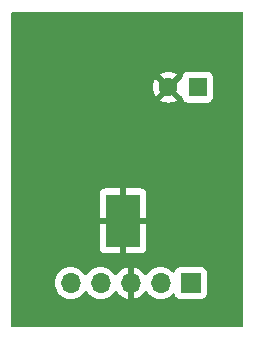
<source format=gbr>
%TF.GenerationSoftware,KiCad,Pcbnew,7.0.9*%
%TF.CreationDate,2024-06-21T09:26:43+09:00*%
%TF.ProjectId,08-REG_mod,30382d52-4547-45f6-9d6f-642e6b696361,rev?*%
%TF.SameCoordinates,Original*%
%TF.FileFunction,Copper,L2,Bot*%
%TF.FilePolarity,Positive*%
%FSLAX46Y46*%
G04 Gerber Fmt 4.6, Leading zero omitted, Abs format (unit mm)*
G04 Created by KiCad (PCBNEW 7.0.9) date 2024-06-21 09:26:43*
%MOMM*%
%LPD*%
G01*
G04 APERTURE LIST*
%TA.AperFunction,ComponentPad*%
%ADD10C,0.600000*%
%TD*%
%TA.AperFunction,SMDPad,CuDef*%
%ADD11R,2.950000X4.500000*%
%TD*%
%TA.AperFunction,ComponentPad*%
%ADD12R,1.700000X1.700000*%
%TD*%
%TA.AperFunction,ComponentPad*%
%ADD13O,1.700000X1.700000*%
%TD*%
%TA.AperFunction,ComponentPad*%
%ADD14R,1.600000X1.600000*%
%TD*%
%TA.AperFunction,ComponentPad*%
%ADD15C,1.600000*%
%TD*%
%TA.AperFunction,ViaPad*%
%ADD16C,0.800000*%
%TD*%
G04 APERTURE END LIST*
D10*
%TO.P,U1,9,GNDPAD*%
%TO.N,GND*%
X111760000Y-71120000D03*
X111760000Y-72320000D03*
X111760000Y-73620000D03*
X111760000Y-74720000D03*
D11*
X112360000Y-72920000D03*
D10*
X112960000Y-71120000D03*
X112960000Y-72320000D03*
X112960000Y-73620000D03*
X112960000Y-74720000D03*
%TD*%
D12*
%TO.P,J1,1,Pin_1*%
%TO.N,VDD*%
X118105000Y-78175000D03*
D13*
%TO.P,J1,2,Pin_2*%
%TO.N,VOUT*%
X115565000Y-78175000D03*
%TO.P,J1,3,Pin_3*%
%TO.N,GND*%
X113025000Y-78175000D03*
%TO.P,J1,4,Pin_4*%
%TO.N,EN*%
X110485000Y-78175000D03*
%TO.P,J1,5,Pin_5*%
%TO.N,Trim*%
X107945000Y-78175000D03*
%TD*%
D14*
%TO.P,C3,1*%
%TO.N,VOUT*%
X118705000Y-61595000D03*
D15*
%TO.P,C3,2*%
%TO.N,GND*%
X116205000Y-61595000D03*
%TD*%
D16*
%TO.N,GND*%
X104140000Y-71755000D03*
X103505000Y-70485000D03*
X121920000Y-75565000D03*
X120650000Y-76835000D03*
X120650000Y-81280000D03*
X121920000Y-81280000D03*
X121920000Y-72390000D03*
X116205000Y-65405000D03*
X116205000Y-67310000D03*
X114300000Y-66675000D03*
X114300000Y-64770000D03*
X114300000Y-62865000D03*
%TD*%
%TA.AperFunction,Conductor*%
%TO.N,GND*%
G36*
X122497539Y-55265185D02*
G01*
X122543294Y-55317989D01*
X122554500Y-55369500D01*
X122554500Y-81790500D01*
X122534815Y-81857539D01*
X122482011Y-81903294D01*
X122430500Y-81914500D01*
X102994500Y-81914500D01*
X102927461Y-81894815D01*
X102881706Y-81842011D01*
X102870500Y-81790500D01*
X102870500Y-78175000D01*
X106589341Y-78175000D01*
X106609936Y-78410403D01*
X106609938Y-78410413D01*
X106671094Y-78638655D01*
X106671096Y-78638659D01*
X106671097Y-78638663D01*
X106750801Y-78809588D01*
X106770965Y-78852830D01*
X106770967Y-78852834D01*
X106879281Y-79007521D01*
X106906505Y-79046401D01*
X107073599Y-79213495D01*
X107170384Y-79281265D01*
X107267165Y-79349032D01*
X107267167Y-79349033D01*
X107267170Y-79349035D01*
X107481337Y-79448903D01*
X107709592Y-79510063D01*
X107886034Y-79525500D01*
X107944999Y-79530659D01*
X107945000Y-79530659D01*
X107945001Y-79530659D01*
X108003966Y-79525500D01*
X108180408Y-79510063D01*
X108408663Y-79448903D01*
X108622830Y-79349035D01*
X108816401Y-79213495D01*
X108983495Y-79046401D01*
X109113425Y-78860842D01*
X109168002Y-78817217D01*
X109237500Y-78810023D01*
X109299855Y-78841546D01*
X109316575Y-78860842D01*
X109446500Y-79046395D01*
X109446505Y-79046401D01*
X109613599Y-79213495D01*
X109710384Y-79281265D01*
X109807165Y-79349032D01*
X109807167Y-79349033D01*
X109807170Y-79349035D01*
X110021337Y-79448903D01*
X110249592Y-79510063D01*
X110426034Y-79525500D01*
X110484999Y-79530659D01*
X110485000Y-79530659D01*
X110485001Y-79530659D01*
X110543966Y-79525500D01*
X110720408Y-79510063D01*
X110948663Y-79448903D01*
X111162830Y-79349035D01*
X111356401Y-79213495D01*
X111523495Y-79046401D01*
X111653730Y-78860405D01*
X111708307Y-78816781D01*
X111777805Y-78809587D01*
X111840160Y-78841110D01*
X111856879Y-78860405D01*
X111986890Y-79046078D01*
X112153917Y-79213105D01*
X112347421Y-79348600D01*
X112561507Y-79448429D01*
X112561516Y-79448433D01*
X112775000Y-79505634D01*
X112775000Y-78610501D01*
X112882685Y-78659680D01*
X112989237Y-78675000D01*
X113060763Y-78675000D01*
X113167315Y-78659680D01*
X113275000Y-78610501D01*
X113275000Y-79505633D01*
X113488483Y-79448433D01*
X113488492Y-79448429D01*
X113702578Y-79348600D01*
X113896082Y-79213105D01*
X114063105Y-79046082D01*
X114193119Y-78860405D01*
X114247696Y-78816781D01*
X114317195Y-78809588D01*
X114379549Y-78841110D01*
X114396269Y-78860405D01*
X114526505Y-79046401D01*
X114693599Y-79213495D01*
X114790384Y-79281265D01*
X114887165Y-79349032D01*
X114887167Y-79349033D01*
X114887170Y-79349035D01*
X115101337Y-79448903D01*
X115329592Y-79510063D01*
X115506034Y-79525500D01*
X115564999Y-79530659D01*
X115565000Y-79530659D01*
X115565001Y-79530659D01*
X115623966Y-79525500D01*
X115800408Y-79510063D01*
X116028663Y-79448903D01*
X116242830Y-79349035D01*
X116436401Y-79213495D01*
X116558329Y-79091566D01*
X116619648Y-79058084D01*
X116689340Y-79063068D01*
X116745274Y-79104939D01*
X116762189Y-79135917D01*
X116811202Y-79267328D01*
X116811206Y-79267335D01*
X116897452Y-79382544D01*
X116897455Y-79382547D01*
X117012664Y-79468793D01*
X117012671Y-79468797D01*
X117147517Y-79519091D01*
X117147516Y-79519091D01*
X117154444Y-79519835D01*
X117207127Y-79525500D01*
X119002872Y-79525499D01*
X119062483Y-79519091D01*
X119197331Y-79468796D01*
X119312546Y-79382546D01*
X119398796Y-79267331D01*
X119449091Y-79132483D01*
X119455500Y-79072873D01*
X119455499Y-77277128D01*
X119449091Y-77217517D01*
X119447810Y-77214083D01*
X119398797Y-77082671D01*
X119398793Y-77082664D01*
X119312547Y-76967455D01*
X119312544Y-76967452D01*
X119197335Y-76881206D01*
X119197328Y-76881202D01*
X119062482Y-76830908D01*
X119062483Y-76830908D01*
X119002883Y-76824501D01*
X119002881Y-76824500D01*
X119002873Y-76824500D01*
X119002864Y-76824500D01*
X117207129Y-76824500D01*
X117207123Y-76824501D01*
X117147516Y-76830908D01*
X117012671Y-76881202D01*
X117012664Y-76881206D01*
X116897455Y-76967452D01*
X116897452Y-76967455D01*
X116811206Y-77082664D01*
X116811203Y-77082669D01*
X116762189Y-77214083D01*
X116720317Y-77270016D01*
X116654853Y-77294433D01*
X116586580Y-77279581D01*
X116558326Y-77258430D01*
X116436402Y-77136506D01*
X116436395Y-77136501D01*
X116242834Y-77000967D01*
X116242830Y-77000965D01*
X116242828Y-77000964D01*
X116028663Y-76901097D01*
X116028659Y-76901096D01*
X116028655Y-76901094D01*
X115800413Y-76839938D01*
X115800403Y-76839936D01*
X115565001Y-76819341D01*
X115564999Y-76819341D01*
X115329596Y-76839936D01*
X115329586Y-76839938D01*
X115101344Y-76901094D01*
X115101335Y-76901098D01*
X114887171Y-77000964D01*
X114887169Y-77000965D01*
X114693597Y-77136505D01*
X114526508Y-77303594D01*
X114396269Y-77489595D01*
X114341692Y-77533219D01*
X114272193Y-77540412D01*
X114209839Y-77508890D01*
X114193119Y-77489594D01*
X114063113Y-77303926D01*
X114063108Y-77303920D01*
X113896082Y-77136894D01*
X113702578Y-77001399D01*
X113488492Y-76901570D01*
X113488486Y-76901567D01*
X113275000Y-76844364D01*
X113275000Y-77739498D01*
X113167315Y-77690320D01*
X113060763Y-77675000D01*
X112989237Y-77675000D01*
X112882685Y-77690320D01*
X112775000Y-77739498D01*
X112775000Y-76844364D01*
X112774999Y-76844364D01*
X112561513Y-76901567D01*
X112561507Y-76901570D01*
X112347422Y-77001399D01*
X112347420Y-77001400D01*
X112153926Y-77136886D01*
X112153920Y-77136891D01*
X111986891Y-77303920D01*
X111986890Y-77303922D01*
X111856880Y-77489595D01*
X111802303Y-77533219D01*
X111732804Y-77540412D01*
X111670450Y-77508890D01*
X111653730Y-77489594D01*
X111523494Y-77303597D01*
X111356402Y-77136506D01*
X111356395Y-77136501D01*
X111162834Y-77000967D01*
X111162830Y-77000965D01*
X111162828Y-77000964D01*
X110948663Y-76901097D01*
X110948659Y-76901096D01*
X110948655Y-76901094D01*
X110720413Y-76839938D01*
X110720403Y-76839936D01*
X110485001Y-76819341D01*
X110484999Y-76819341D01*
X110249596Y-76839936D01*
X110249586Y-76839938D01*
X110021344Y-76901094D01*
X110021335Y-76901098D01*
X109807171Y-77000964D01*
X109807169Y-77000965D01*
X109613597Y-77136505D01*
X109446505Y-77303597D01*
X109316575Y-77489158D01*
X109261998Y-77532783D01*
X109192500Y-77539977D01*
X109130145Y-77508454D01*
X109113425Y-77489158D01*
X108983494Y-77303597D01*
X108816402Y-77136506D01*
X108816395Y-77136501D01*
X108622834Y-77000967D01*
X108622830Y-77000965D01*
X108622828Y-77000964D01*
X108408663Y-76901097D01*
X108408659Y-76901096D01*
X108408655Y-76901094D01*
X108180413Y-76839938D01*
X108180403Y-76839936D01*
X107945001Y-76819341D01*
X107944999Y-76819341D01*
X107709596Y-76839936D01*
X107709586Y-76839938D01*
X107481344Y-76901094D01*
X107481335Y-76901098D01*
X107267171Y-77000964D01*
X107267169Y-77000965D01*
X107073597Y-77136505D01*
X106906505Y-77303597D01*
X106770965Y-77497169D01*
X106770964Y-77497171D01*
X106671098Y-77711335D01*
X106671094Y-77711344D01*
X106609938Y-77939586D01*
X106609936Y-77939596D01*
X106589341Y-78174999D01*
X106589341Y-78175000D01*
X102870500Y-78175000D01*
X102870500Y-73170000D01*
X110385000Y-73170000D01*
X110385000Y-75217844D01*
X110391401Y-75277372D01*
X110391403Y-75277379D01*
X110441645Y-75412086D01*
X110441649Y-75412093D01*
X110527809Y-75527187D01*
X110527812Y-75527190D01*
X110642906Y-75613350D01*
X110642913Y-75613354D01*
X110777620Y-75663596D01*
X110777627Y-75663598D01*
X110837155Y-75669999D01*
X110837172Y-75670000D01*
X112110000Y-75670000D01*
X112110000Y-74723553D01*
X112109999Y-74723552D01*
X111847680Y-74985871D01*
X111786357Y-75019356D01*
X111716665Y-75014372D01*
X111672318Y-74985871D01*
X111406447Y-74720000D01*
X111604709Y-74720000D01*
X111625514Y-74797645D01*
X111682355Y-74854486D01*
X111740254Y-74870000D01*
X111779746Y-74870000D01*
X111837645Y-74854486D01*
X111894486Y-74797646D01*
X111915291Y-74720000D01*
X112804709Y-74720000D01*
X112825514Y-74797645D01*
X112882355Y-74854486D01*
X112940254Y-74870000D01*
X112979746Y-74870000D01*
X113037645Y-74854486D01*
X113094486Y-74797646D01*
X113115291Y-74720000D01*
X113094486Y-74642355D01*
X113037645Y-74585514D01*
X112979746Y-74570000D01*
X112940254Y-74570000D01*
X112882355Y-74585514D01*
X112825514Y-74642354D01*
X112804709Y-74720000D01*
X111915291Y-74720000D01*
X111894486Y-74642355D01*
X111837645Y-74585514D01*
X111779746Y-74570000D01*
X111740254Y-74570000D01*
X111682355Y-74585514D01*
X111625514Y-74642354D01*
X111604709Y-74720000D01*
X111406447Y-74720000D01*
X111076934Y-74390487D01*
X111043449Y-74329164D01*
X111048433Y-74259472D01*
X111076934Y-74215124D01*
X111122058Y-74170000D01*
X111563553Y-74170000D01*
X111760000Y-74366447D01*
X111956447Y-74170000D01*
X112763553Y-74170000D01*
X112960000Y-74366447D01*
X113156447Y-74170000D01*
X112960000Y-73973553D01*
X112763553Y-74170000D01*
X111956447Y-74170000D01*
X111760000Y-73973553D01*
X111563553Y-74170000D01*
X111122058Y-74170000D01*
X111122059Y-74169999D01*
X111076934Y-74124874D01*
X111043449Y-74063551D01*
X111048433Y-73993859D01*
X111076934Y-73949512D01*
X111406446Y-73620000D01*
X111604709Y-73620000D01*
X111625514Y-73697645D01*
X111682355Y-73754486D01*
X111740254Y-73770000D01*
X111779746Y-73770000D01*
X111837645Y-73754486D01*
X111894486Y-73697646D01*
X111915291Y-73620000D01*
X112804709Y-73620000D01*
X112825514Y-73697645D01*
X112882355Y-73754486D01*
X112940254Y-73770000D01*
X112979746Y-73770000D01*
X113037645Y-73754486D01*
X113094486Y-73697646D01*
X113115291Y-73620000D01*
X113094486Y-73542355D01*
X113037645Y-73485514D01*
X112979746Y-73470000D01*
X112940254Y-73470000D01*
X112882355Y-73485514D01*
X112825514Y-73542354D01*
X112804709Y-73620000D01*
X111915291Y-73620000D01*
X111894486Y-73542355D01*
X111837645Y-73485514D01*
X111779746Y-73470000D01*
X111740254Y-73470000D01*
X111682355Y-73485514D01*
X111625514Y-73542354D01*
X111604709Y-73620000D01*
X111406446Y-73620000D01*
X111672318Y-73354128D01*
X111733641Y-73320643D01*
X111803333Y-73325627D01*
X111847680Y-73354128D01*
X112109999Y-73616447D01*
X112110000Y-73616446D01*
X112110000Y-73170000D01*
X112610000Y-73170000D01*
X112610000Y-73616447D01*
X112872319Y-73354128D01*
X112933642Y-73320643D01*
X113003333Y-73325627D01*
X113047681Y-73354128D01*
X113643065Y-73949512D01*
X113676550Y-74010835D01*
X113671566Y-74080527D01*
X113643065Y-74124874D01*
X113597939Y-74170000D01*
X113643065Y-74215126D01*
X113676550Y-74276449D01*
X113671566Y-74346141D01*
X113643065Y-74390488D01*
X113047681Y-74985871D01*
X112986358Y-75019356D01*
X112916666Y-75014372D01*
X112872319Y-74985871D01*
X112610000Y-74723552D01*
X112610000Y-75670000D01*
X113882828Y-75670000D01*
X113882844Y-75669999D01*
X113942372Y-75663598D01*
X113942379Y-75663596D01*
X114077086Y-75613354D01*
X114077093Y-75613350D01*
X114192187Y-75527190D01*
X114192190Y-75527187D01*
X114278350Y-75412093D01*
X114278354Y-75412086D01*
X114328596Y-75277379D01*
X114328598Y-75277372D01*
X114334999Y-75217844D01*
X114335000Y-75217827D01*
X114335000Y-73170000D01*
X112610000Y-73170000D01*
X112110000Y-73170000D01*
X110385000Y-73170000D01*
X102870500Y-73170000D01*
X102870500Y-72670000D01*
X110385000Y-72670000D01*
X112110000Y-72670000D01*
X112110000Y-70170000D01*
X112610000Y-70170000D01*
X112610000Y-72670000D01*
X114335000Y-72670000D01*
X114335000Y-70622172D01*
X114334999Y-70622155D01*
X114328598Y-70562627D01*
X114328596Y-70562620D01*
X114278354Y-70427913D01*
X114278350Y-70427906D01*
X114192190Y-70312812D01*
X114192187Y-70312809D01*
X114077093Y-70226649D01*
X114077086Y-70226645D01*
X113942379Y-70176403D01*
X113942372Y-70176401D01*
X113882844Y-70170000D01*
X112610000Y-70170000D01*
X112110000Y-70170000D01*
X110837155Y-70170000D01*
X110777627Y-70176401D01*
X110777620Y-70176403D01*
X110642913Y-70226645D01*
X110642906Y-70226649D01*
X110527812Y-70312809D01*
X110527809Y-70312812D01*
X110441649Y-70427906D01*
X110441645Y-70427913D01*
X110391403Y-70562620D01*
X110391401Y-70562627D01*
X110385000Y-70622155D01*
X110385000Y-72670000D01*
X102870500Y-72670000D01*
X102870500Y-61595002D01*
X114900034Y-61595002D01*
X114919858Y-61821599D01*
X114919860Y-61821610D01*
X114978730Y-62041317D01*
X114978734Y-62041326D01*
X115074865Y-62247481D01*
X115074866Y-62247483D01*
X115125973Y-62320471D01*
X115125974Y-62320472D01*
X115807046Y-61639399D01*
X115819835Y-61720148D01*
X115877359Y-61833045D01*
X115966955Y-61922641D01*
X116079852Y-61980165D01*
X116160599Y-61992953D01*
X115479526Y-62674025D01*
X115479526Y-62674026D01*
X115552512Y-62725131D01*
X115552516Y-62725133D01*
X115758673Y-62821265D01*
X115758682Y-62821269D01*
X115978389Y-62880139D01*
X115978400Y-62880141D01*
X116204998Y-62899966D01*
X116205002Y-62899966D01*
X116431599Y-62880141D01*
X116431610Y-62880139D01*
X116651317Y-62821269D01*
X116651331Y-62821264D01*
X116857478Y-62725136D01*
X116930472Y-62674025D01*
X116249401Y-61992953D01*
X116330148Y-61980165D01*
X116443045Y-61922641D01*
X116532641Y-61833045D01*
X116590165Y-61720148D01*
X116602953Y-61639400D01*
X117289199Y-62325646D01*
X117338192Y-62335492D01*
X117388375Y-62384107D01*
X117403049Y-62439632D01*
X117404099Y-62439576D01*
X117404146Y-62439571D01*
X117404146Y-62439573D01*
X117404324Y-62439564D01*
X117404501Y-62442876D01*
X117410908Y-62502483D01*
X117461202Y-62637328D01*
X117461206Y-62637335D01*
X117547452Y-62752544D01*
X117547455Y-62752547D01*
X117662664Y-62838793D01*
X117662671Y-62838797D01*
X117797517Y-62889091D01*
X117797516Y-62889091D01*
X117804444Y-62889835D01*
X117857127Y-62895500D01*
X119552872Y-62895499D01*
X119612483Y-62889091D01*
X119747331Y-62838796D01*
X119862546Y-62752546D01*
X119948796Y-62637331D01*
X119999091Y-62502483D01*
X120005500Y-62442873D01*
X120005499Y-60747128D01*
X119999091Y-60687517D01*
X119948796Y-60552669D01*
X119948795Y-60552668D01*
X119948793Y-60552664D01*
X119862547Y-60437455D01*
X119862544Y-60437452D01*
X119747335Y-60351206D01*
X119747328Y-60351202D01*
X119612482Y-60300908D01*
X119612483Y-60300908D01*
X119552883Y-60294501D01*
X119552881Y-60294500D01*
X119552873Y-60294500D01*
X119552864Y-60294500D01*
X117857129Y-60294500D01*
X117857123Y-60294501D01*
X117797516Y-60300908D01*
X117662671Y-60351202D01*
X117662664Y-60351206D01*
X117547455Y-60437452D01*
X117547452Y-60437455D01*
X117461206Y-60552664D01*
X117461202Y-60552671D01*
X117410908Y-60687517D01*
X117404501Y-60747116D01*
X117404501Y-60747123D01*
X117404322Y-60750452D01*
X117402847Y-60750372D01*
X117384815Y-60811783D01*
X117332011Y-60857538D01*
X117288523Y-60865028D01*
X116602953Y-61550598D01*
X116590165Y-61469852D01*
X116532641Y-61356955D01*
X116443045Y-61267359D01*
X116330148Y-61209835D01*
X116249400Y-61197046D01*
X116930472Y-60515974D01*
X116930471Y-60515973D01*
X116857483Y-60464866D01*
X116857481Y-60464865D01*
X116651326Y-60368734D01*
X116651317Y-60368730D01*
X116431610Y-60309860D01*
X116431599Y-60309858D01*
X116205002Y-60290034D01*
X116204998Y-60290034D01*
X115978400Y-60309858D01*
X115978389Y-60309860D01*
X115758682Y-60368730D01*
X115758673Y-60368734D01*
X115552513Y-60464868D01*
X115479527Y-60515972D01*
X115479526Y-60515973D01*
X116160600Y-61197046D01*
X116079852Y-61209835D01*
X115966955Y-61267359D01*
X115877359Y-61356955D01*
X115819835Y-61469852D01*
X115807046Y-61550599D01*
X115125973Y-60869526D01*
X115125972Y-60869527D01*
X115074868Y-60942513D01*
X114978734Y-61148673D01*
X114978730Y-61148682D01*
X114919860Y-61368389D01*
X114919858Y-61368400D01*
X114900034Y-61594997D01*
X114900034Y-61595002D01*
X102870500Y-61595002D01*
X102870500Y-55369500D01*
X102890185Y-55302461D01*
X102942989Y-55256706D01*
X102994500Y-55245500D01*
X122430500Y-55245500D01*
X122497539Y-55265185D01*
G37*
%TD.AperFunction*%
%TD*%
M02*

</source>
